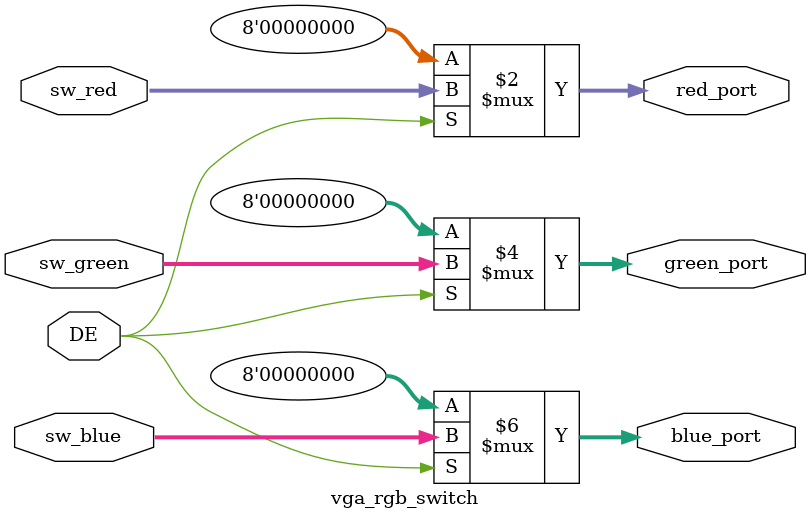
<source format=sv>
`timescale 1ns / 1ps

module vga_rgb_switch(
    input logic [7:0] sw_red,
    input logic [7:0] sw_green,
    input logic [7:0] sw_blue,
    input logic DE,
    output logic [7:0] red_port,
    output logic [7:0] green_port,
    output logic [7:0] blue_port
    );

    assign red_port = DE ? sw_red : 4'b0;
    assign green_port = DE ? sw_green : 4'b0;
    assign blue_port = DE ? sw_blue : 4'b0;

    
endmodule

</source>
